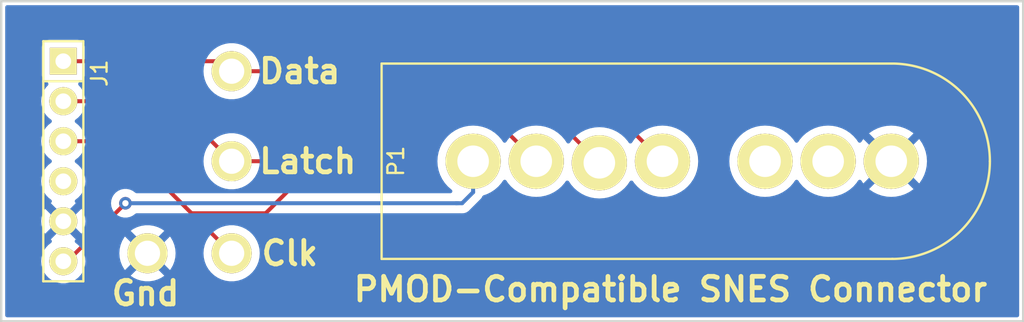
<source format=kicad_pcb>
(kicad_pcb (version 20221018) (generator pcbnew)
  (layers (0 "F.Cu" signal) (31 "B.Cu" signal) (34 "B.Paste" user) (35 "F.Paste" user) (36 "B.SilkS" user "B.Silkscreen") (37 "F.SilkS" user "F.Silkscreen") (38 "B.Mask" user) (39 "F.Mask" user) (44 "Edge.Cuts" user))
  (net 0 "")
  (net 1 "Net-(J1-Pad1)")
  (net 2 "Net-(J1-Pad2)")
  (net 3 "Net-(J1-Pad3)")
  (net 4 "Net-(J1-Pad4)")
  (net 5 "Net-(J1-Pad6)")
  (net 6 "Net-(P1-Pad5)")
  (net 7 "Net-(P1-Pad6)")
  (net 8 "GND")
  (footprint "Connectors:PMOD_SINGLE_MALE" (layer "F.Cu") (at 83.185 96.52 90)
    (fp_text reference "J1" (at 5.588 4.318 90) (layer "F.SilkS"))
    (fp_text value "PMOD_SINGLE" hide)
    (fp_line (start -7.62 0.762) (end 7.62 0.762) (stroke (width 0.15)) (layer "F.SilkS"))
    (fp_line (start -7.62 3.302) (end -7.62 0.762) (stroke (width 0.15)) (layer "F.SilkS"))
    (fp_line (start 5.08 0.762) (end 5.08 3.302) (stroke (width 0.15)) (layer "F.SilkS"))
    (fp_line (start 7.62 0.762) (end 7.62 3.302) (stroke (width 0.15)) (layer "F.SilkS"))
    (fp_line (start 7.62 3.302) (end -7.62 3.302) (stroke (width 0.15)) (layer "F.SilkS"))
    (pad "1" thru_hole rect (at 6.35 2.032 270) (size 1.7018 1.7018) (drill 0.9906) (layers "*.Cu" "*.Mask" "F.SilkS") (net 1 "Net-(J1-Pad1)"))
    (pad "2" thru_hole circle (at 3.81 2.032 270) (size 1.778 1.778) (drill 0.9906) (layers "*.Cu" "*.Mask" "F.SilkS") (net 2 "Net-(J1-Pad2)"))
    (pad "3" thru_hole circle (at 1.27 2.032 270) (size 1.778 1.778) (drill 0.9906) (layers "*.Cu" "*.Mask" "F.SilkS") (net 3 "Net-(J1-Pad3)"))
    (pad "4" thru_hole circle (at -1.27 2.032 270) (size 1.778 1.778) (drill 0.9906) (layers "*.Cu" "*.Mask" "F.SilkS") (net 4 "Net-(J1-Pad4)"))
    (pad "5" thru_hole circle (at -3.81 2.032 270) (size 1.778 1.778) (drill 0.9906) (layers "*.Cu" "*.Mask" "F.SilkS") (net 8 "GND"))
    (pad "6" thru_hole circle (at -6.35 2.032 270) (size 1.778 1.778) (drill 0.9906) (layers "*.Cu" "*.Mask" "F.SilkS") (net 5 "Net-(J1-Pad6)"))
  )
  (footprint "Connectors:GAMING_SNES" (layer "F.Cu") (at 123.19 96.52)
    (fp_text reference "P1" (at -16.891 0 270) (layer "F.SilkS"))
    (fp_text value "CONN_1x7" hide)
    (fp_line (start -17.8 -6.2) (end 14.5 -6.2) (stroke (width 0.15)) (layer "F.SilkS"))
    (fp_line (start -17.8 6.2) (end -17.8 -6.2) (stroke (width 0.15)) (layer "F.SilkS"))
    (fp_line (start -17.8 6.2) (end 14.6 6.2) (stroke (width 0.15)) (layer "F.SilkS"))
    (fp_arc (start 14.55 -6.2) (mid 18.934062 -4.384062) (end 20.75 0) (stroke (width 0.15)) (layer "F.SilkS"))
    (fp_arc (start 20.75 0) (mid 18.934062 4.384062) (end 14.55 6.2) (stroke (width 0.15)) (layer "F.SilkS"))
    (pad "1" thru_hole circle (at -12 0) (size 3.5 3.5) (drill 2) (layers "*.Cu" "*.Mask" "F.SilkS") (net 5 "Net-(J1-Pad6)"))
    (pad "2" thru_hole circle (at -8 0) (size 3.5 3.5) (drill 2) (layers "*.Cu" "*.Mask" "F.SilkS") (net 3 "Net-(J1-Pad3)"))
    (pad "3" thru_hole circle (at -4 0.1) (size 3.5 3.5) (drill 2) (layers "*.Cu" "*.Mask" "F.SilkS") (net 2 "Net-(J1-Pad2)"))
    (pad "4" thru_hole circle (at 0 0) (size 3.5 3.5) (drill 2) (layers "*.Cu" "*.Mask" "F.SilkS") (net 1 "Net-(J1-Pad1)"))
    (pad "5" thru_hole circle (at 6.5 0) (size 3.5 3.5) (drill 2) (layers "*.Cu" "*.Mask" "F.SilkS") (net 6 "Net-(P1-Pad5)"))
    (pad "6" thru_hole circle (at 10.5 0) (size 3.5 3.5) (drill 2) (layers "*.Cu" "*.Mask" "F.SilkS") (net 7 "Net-(P1-Pad6)"))
    (pad "7" thru_hole circle (at 14.5 0) (size 3.5 3.5) (drill 2) (layers "*.Cu" "*.Mask" "F.SilkS") (net 8 "GND"))
  )
  (footprint "Connectors:TESTPOINT_063" (layer "F.Cu") (at 95.885 90.805)
    (fp_text reference "TP1" hide)
    (fp_text value "TEST_POINT" hide)
    (pad "1" thru_hole circle (at 0 0) (size 2.54 2.54) (drill 1.6002) (layers "*.Cu" "*.Mask" "F.SilkS") (net 1 "Net-(J1-Pad1)"))
  )
  (footprint "Connectors:TESTPOINT_063" (layer "F.Cu") (at 95.885 96.52)
    (fp_text reference "TP2" hide)
    (fp_text value "TEST_POINT" hide)
    (pad "1" thru_hole circle (at 0 0) (size 2.54 2.54) (drill 1.6002) (layers "*.Cu" "*.Mask" "F.SilkS") (net 2 "Net-(J1-Pad2)"))
  )
  (footprint "Connectors:TESTPOINT_063" (layer "F.Cu") (at 95.885 102.362)
    (fp_text reference "TP3" hide)
    (fp_text value "TEST_POINT" hide)
    (pad "1" thru_hole circle (at 0 0) (size 2.54 2.54) (drill 1.6002) (layers "*.Cu" "*.Mask" "F.SilkS") (net 3 "Net-(J1-Pad3)"))
  )
  (footprint "Connectors:TESTPOINT_063" (layer "F.Cu") (at 90.551 102.362)
    (fp_text reference "TP4" hide)
    (fp_text value "TEST_POINT" hide)
    (pad "1" thru_hole circle (at 0 0) (size 2.54 2.54) (drill 1.6002) (layers "*.Cu" "*.Mask" "F.SilkS") (net 8 "GND"))
  )
  (gr_line (start 146.05 86.36) (end 81.28 86.36) (stroke (width 0.15)) (layer "Edge.Cuts"))
  (gr_line (start 81.28 86.36) (end 81.28 106.68) (stroke (width 0.15)) (layer "Edge.Cuts"))
  (gr_line (start 81.28 106.68) (end 146.05 106.68) (stroke (width 0.15)) (layer "Edge.Cuts"))
  (gr_line (start 146.05 106.68) (end 146.05 86.36) (stroke (width 0.15)) (layer "Edge.Cuts"))
  (gr_text "Data" (at 100.203 90.805) (layer "F.SilkS") (effects (font (size 1.5 1.5) (thickness 0.3))))
  (gr_text "PMOD-Compatible SNES Connector" (at 123.698 104.648) (layer "F.SilkS") (effects (font (size 1.5 1.5) (thickness 0.3))))
  (gr_text "Clk" (at 99.568 102.362) (layer "F.SilkS") (effects (font (size 1.5 1.5) (thickness 0.3))))
  (gr_text "Gnd" (at 90.424 104.902) (layer "F.SilkS") (effects (font (size 1.5 1.5) (thickness 0.3))))
  (gr_text "Latch" (at 100.711 96.52) (layer "F.SilkS") (effects (font (size 1.5 1.5) (thickness 0.3))))
  (segment (start 95.25 90.17) (end 95.885 90.805) (width 0.254) (layer "F.Cu") (net 1))
  (segment (start 98.171 90.805) (end 99.568 92.202) (width 0.254) (layer "F.Cu") (net 1))
  (segment (start 99.568 92.202) (end 118.872 92.202) (width 0.254) (layer "F.Cu") (net 1))
  (segment (start 118.872 92.202) (end 123.19 96.52) (width 0.254) (layer "F.Cu") (net 1))
  (segment (start 95.885 90.805) (end 98.171 90.805) (width 0.254) (layer "F.Cu") (net 1))
  (segment (start 85.217 90.17) (end 95.25 90.17) (width 0.254) (layer "F.Cu") (net 1))
  (segment (start 92.075 92.71) (end 95.885 96.52) (width 0.254) (layer "F.Cu") (net 2))
  (segment (start 99.441 96.52) (end 102.997 92.964) (width 0.254) (layer "F.Cu") (net 2))
  (segment (start 102.997 92.964) (end 115.534 92.964) (width 0.254) (layer "F.Cu") (net 2))
  (segment (start 115.534 92.964) (end 119.19 96.62) (width 0.254) (layer "F.Cu") (net 2))
  (segment (start 95.885 96.52) (end 99.441 96.52) (width 0.254) (layer "F.Cu") (net 2))
  (segment (start 85.217 92.71) (end 92.075 92.71) (width 0.254) (layer "F.Cu") (net 2))
  (segment (start 95.885 102.362) (end 95.885 102.235) (width 0.25) (layer "F.Cu") (net 3))
  (segment (start 88.773 95.25) (end 93.345 99.822) (width 0.254) (layer "F.Cu") (net 3))
  (segment (start 93.345 99.822) (end 95.885 102.362) (width 0.254) (layer "F.Cu") (net 3))
  (segment (start 98.044 99.822) (end 104.14 93.726) (width 0.254) (layer "F.Cu") (net 3))
  (segment (start 104.14 93.726) (end 112.396 93.726) (width 0.254) (layer "F.Cu") (net 3))
  (segment (start 112.396 93.726) (end 115.19 96.52) (width 0.254) (layer "F.Cu") (net 3))
  (segment (start 93.345 99.822) (end 98.044 99.822) (width 0.254) (layer "F.Cu") (net 3))
  (segment (start 85.217 95.25) (end 88.773 95.25) (width 0.254) (layer "F.Cu") (net 3))
  (segment (start 85.471 102.87) (end 89.154 99.187) (width 0.254) (layer "F.Cu") (net 5))
  (segment (start 85.217 102.87) (end 85.471 102.87) (width 0.254) (layer "F.Cu") (net 5))
  (via (at 89.154 99.187) (size 0.8) (drill 0.4) (layers "F.Cu" "B.Cu") (net 5))
  (segment (start 89.154 99.187) (end 110.109 99.187) (width 0.254) (layer "B.Cu") (net 5))
  (segment (start 110.109 99.187) (end 110.236 99.187) (width 0.254) (layer "B.Cu") (net 5))
  (segment (start 110.49 99.187) (end 111.19 98.487) (width 0.254) (layer "B.Cu") (net 5))
  (segment (start 111.19 98.487) (end 111.19 96.52) (width 0.254) (layer "B.Cu") (net 5))
  (segment (start 110.109 99.187) (end 110.49 99.187) (width 0.254) (layer "B.Cu") (net 5))
  (zone (net 8) (net_name "GND") (layer "B.Cu") (connect_pads (clearance 0.508)) (min_thickness 0.254) (fill yes (thermal_gap 0.508) (thermal_bridge_width 0.508))
    (polygon (pts (xy 145.796 106.426) (xy 81.534 106.426) (xy 81.534 86.614) (xy 145.796 86.614)))
  )
)
</source>
